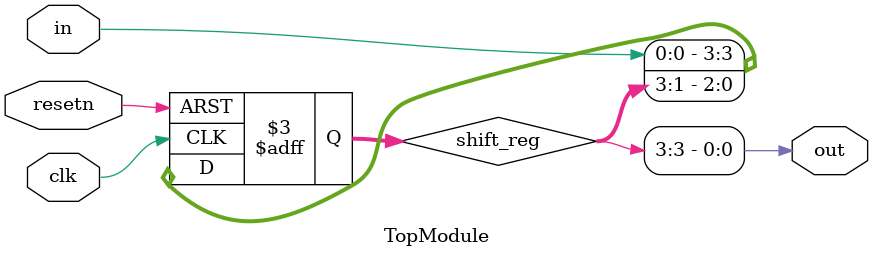
<source format=sv>

module TopModule (
  input clk,
  input resetn,
  input in,
  output out
);
  // Internal signals for the four D flops
  reg [3:0] shift_reg;

  // Assign the output to the MSB of the shift register
  assign out = shift_reg[3];

  // Sequential logic for the shift register
  always @(posedge clk or negedge resetn) begin
    if (!resetn) begin
      // Reset the shift register to all zeros
      shift_reg <= 4'b0000;
    end else begin
      // Shift the register one position to the right, and load the new input into the LSB
      shift_reg <= {in, shift_reg[3:1]};
    end
  end

endmodule

</source>
